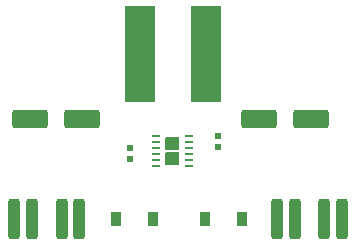
<source format=gbr>
%TF.GenerationSoftware,KiCad,Pcbnew,9.0.4*%
%TF.CreationDate,2025-09-16T01:09:41+05:30*%
%TF.ProjectId,PCB designing,50434220-6465-4736-9967-6e696e672e6b,rev?*%
%TF.SameCoordinates,Original*%
%TF.FileFunction,Paste,Top*%
%TF.FilePolarity,Positive*%
%FSLAX46Y46*%
G04 Gerber Fmt 4.6, Leading zero omitted, Abs format (unit mm)*
G04 Created by KiCad (PCBNEW 9.0.4) date 2025-09-16 01:09:41*
%MOMM*%
%LPD*%
G01*
G04 APERTURE LIST*
G04 Aperture macros list*
%AMRoundRect*
0 Rectangle with rounded corners*
0 $1 Rounding radius*
0 $2 $3 $4 $5 $6 $7 $8 $9 X,Y pos of 4 corners*
0 Add a 4 corners polygon primitive as box body*
4,1,4,$2,$3,$4,$5,$6,$7,$8,$9,$2,$3,0*
0 Add four circle primitives for the rounded corners*
1,1,$1+$1,$2,$3*
1,1,$1+$1,$4,$5*
1,1,$1+$1,$6,$7*
1,1,$1+$1,$8,$9*
0 Add four rect primitives between the rounded corners*
20,1,$1+$1,$2,$3,$4,$5,0*
20,1,$1+$1,$4,$5,$6,$7,0*
20,1,$1+$1,$6,$7,$8,$9,0*
20,1,$1+$1,$8,$9,$2,$3,0*%
G04 Aperture macros list end*
%ADD10C,0.000000*%
%ADD11R,2.600000X8.200000*%
%ADD12R,0.850000X1.200000*%
%ADD13RoundRect,0.250000X-0.250000X-1.450000X0.250000X-1.450000X0.250000X1.450000X-0.250000X1.450000X0*%
%ADD14RoundRect,0.050000X-0.260000X-0.075000X0.260000X-0.075000X0.260000X0.075000X-0.260000X0.075000X0*%
%ADD15R,0.620000X0.600000*%
%ADD16RoundRect,0.250000X-1.250000X-0.550000X1.250000X-0.550000X1.250000X0.550000X-1.250000X0.550000X0*%
G04 APERTURE END LIST*
D10*
%TO.C,U1*%
G36*
X154720000Y-66597929D02*
G01*
X154720000Y-67602071D01*
X154667071Y-67655000D01*
X153552929Y-67655000D01*
X153500000Y-67602071D01*
X153500000Y-66597929D01*
X153552929Y-66545000D01*
X154667071Y-66545000D01*
X154720000Y-66597929D01*
G37*
G36*
X154720000Y-67897929D02*
G01*
X154720000Y-68902071D01*
X154667071Y-68955000D01*
X153552929Y-68955000D01*
X153500000Y-68902071D01*
X153500000Y-67897929D01*
X153552929Y-67845000D01*
X154667071Y-67845000D01*
X154720000Y-67897929D01*
G37*
%TD*%
D11*
%TO.C,L1*%
X157000000Y-59500000D03*
X151400000Y-59500000D03*
%TD*%
D12*
%TO.C,C4*%
X152500000Y-73500000D03*
X149350000Y-73500000D03*
%TD*%
%TO.C,C3*%
X156850000Y-73500000D03*
X160000000Y-73500000D03*
%TD*%
D13*
%TO.C,R3*%
X164500000Y-73500000D03*
X163000000Y-73500000D03*
%TD*%
D14*
%TO.C,U1*%
X155500000Y-66500000D03*
X155500000Y-67000000D03*
X155500000Y-67500000D03*
X155500000Y-68000000D03*
X155500000Y-68500000D03*
X155500000Y-69000000D03*
X152720000Y-69000000D03*
X152720000Y-68500000D03*
X152720000Y-68000000D03*
X152720000Y-67500000D03*
X152720000Y-67000000D03*
X152720000Y-66500000D03*
%TD*%
D15*
%TO.C,C2*%
X158000000Y-67420000D03*
X158000000Y-66500000D03*
%TD*%
%TO.C,C1*%
X150500000Y-67500000D03*
X150500000Y-68420000D03*
%TD*%
D13*
%TO.C,R4*%
X167000000Y-73500000D03*
X168500000Y-73500000D03*
%TD*%
%TO.C,R2*%
X144750000Y-73500000D03*
X146250000Y-73500000D03*
%TD*%
%TO.C,R1*%
X140750000Y-73500000D03*
X142250000Y-73500000D03*
%TD*%
D16*
%TO.C,C6*%
X161500000Y-65000000D03*
X165900000Y-65000000D03*
%TD*%
%TO.C,C5*%
X142100000Y-65000000D03*
X146500000Y-65000000D03*
%TD*%
M02*

</source>
